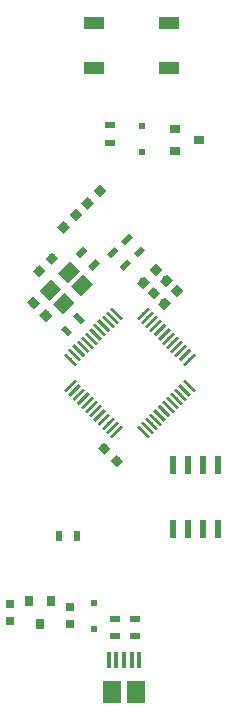
<source format=gbr>
G04 #@! TF.GenerationSoftware,KiCad,Pcbnew,(5.0.0)*
G04 #@! TF.CreationDate,2018-12-13T18:38:50+00:00*
G04 #@! TF.ProjectId,mogo,6D6F676F2E6B696361645F7063620000,rev?*
G04 #@! TF.SameCoordinates,Original*
G04 #@! TF.FileFunction,Paste,Top*
G04 #@! TF.FilePolarity,Positive*
%FSLAX46Y46*%
G04 Gerber Fmt 4.6, Leading zero omitted, Abs format (unit mm)*
G04 Created by KiCad (PCBNEW (5.0.0)) date 12/13/18 18:38:50*
%MOMM*%
%LPD*%
G01*
G04 APERTURE LIST*
%ADD10C,1.200000*%
%ADD11C,0.100000*%
%ADD12C,0.250000*%
%ADD13C,0.750000*%
%ADD14R,0.750000X0.800000*%
%ADD15R,0.500000X0.500000*%
%ADD16R,1.500000X1.900000*%
%ADD17R,0.400000X1.350000*%
%ADD18R,0.900000X0.800000*%
%ADD19C,0.500000*%
%ADD20R,0.900000X0.500000*%
%ADD21R,0.500000X0.900000*%
%ADD22R,0.600000X1.550000*%
%ADD23R,0.800000X0.900000*%
%ADD24R,1.700000X1.000000*%
G04 APERTURE END LIST*
D10*
G04 #@! TO.C,Y1*
X77247635Y-132302365D03*
D11*
G36*
X77318346Y-131383126D02*
X78166874Y-132231654D01*
X77176924Y-133221604D01*
X76328396Y-132373076D01*
X77318346Y-131383126D01*
X77318346Y-131383126D01*
G37*
D10*
X75692000Y-133858000D03*
D11*
G36*
X75762711Y-132938761D02*
X76611239Y-133787289D01*
X75621289Y-134777239D01*
X74772761Y-133928711D01*
X75762711Y-132938761D01*
X75762711Y-132938761D01*
G37*
D10*
X74560629Y-132726629D03*
D11*
G36*
X74631340Y-131807390D02*
X75479868Y-132655918D01*
X74489918Y-133645868D01*
X73641390Y-132797340D01*
X74631340Y-131807390D01*
X74631340Y-131807390D01*
G37*
D10*
X76116264Y-131170994D03*
D11*
G36*
X76186975Y-130251755D02*
X77035503Y-131100283D01*
X76045553Y-132090233D01*
X75197025Y-131241705D01*
X76186975Y-130251755D01*
X76186975Y-130251755D01*
G37*
G04 #@! TD*
D12*
G04 #@! TO.C,U2*
X82411371Y-134679542D03*
D11*
G36*
X82040140Y-135227550D02*
X81863363Y-135050773D01*
X82782602Y-134131534D01*
X82959379Y-134308311D01*
X82040140Y-135227550D01*
X82040140Y-135227550D01*
G37*
D12*
X82764924Y-135033095D03*
D11*
G36*
X82393693Y-135581103D02*
X82216916Y-135404326D01*
X83136155Y-134485087D01*
X83312932Y-134661864D01*
X82393693Y-135581103D01*
X82393693Y-135581103D01*
G37*
D12*
X83118478Y-135386649D03*
D11*
G36*
X82747247Y-135934657D02*
X82570470Y-135757880D01*
X83489709Y-134838641D01*
X83666486Y-135015418D01*
X82747247Y-135934657D01*
X82747247Y-135934657D01*
G37*
D12*
X83472031Y-135740202D03*
D11*
G36*
X83100800Y-136288210D02*
X82924023Y-136111433D01*
X83843262Y-135192194D01*
X84020039Y-135368971D01*
X83100800Y-136288210D01*
X83100800Y-136288210D01*
G37*
D12*
X83825584Y-136093755D03*
D11*
G36*
X83454353Y-136641763D02*
X83277576Y-136464986D01*
X84196815Y-135545747D01*
X84373592Y-135722524D01*
X83454353Y-136641763D01*
X83454353Y-136641763D01*
G37*
D12*
X84179138Y-136447309D03*
D11*
G36*
X83807907Y-136995317D02*
X83631130Y-136818540D01*
X84550369Y-135899301D01*
X84727146Y-136076078D01*
X83807907Y-136995317D01*
X83807907Y-136995317D01*
G37*
D12*
X84532691Y-136800862D03*
D11*
G36*
X84161460Y-137348870D02*
X83984683Y-137172093D01*
X84903922Y-136252854D01*
X85080699Y-136429631D01*
X84161460Y-137348870D01*
X84161460Y-137348870D01*
G37*
D12*
X84886245Y-137154416D03*
D11*
G36*
X84515014Y-137702424D02*
X84338237Y-137525647D01*
X85257476Y-136606408D01*
X85434253Y-136783185D01*
X84515014Y-137702424D01*
X84515014Y-137702424D01*
G37*
D12*
X85239798Y-137507969D03*
D11*
G36*
X84868567Y-138055977D02*
X84691790Y-137879200D01*
X85611029Y-136959961D01*
X85787806Y-137136738D01*
X84868567Y-138055977D01*
X84868567Y-138055977D01*
G37*
D12*
X85593351Y-137861522D03*
D11*
G36*
X85222120Y-138409530D02*
X85045343Y-138232753D01*
X85964582Y-137313514D01*
X86141359Y-137490291D01*
X85222120Y-138409530D01*
X85222120Y-138409530D01*
G37*
D12*
X85946905Y-138215076D03*
D11*
G36*
X85575674Y-138763084D02*
X85398897Y-138586307D01*
X86318136Y-137667068D01*
X86494913Y-137843845D01*
X85575674Y-138763084D01*
X85575674Y-138763084D01*
G37*
D12*
X86300458Y-138568629D03*
D11*
G36*
X85929227Y-139116637D02*
X85752450Y-138939860D01*
X86671689Y-138020621D01*
X86848466Y-138197398D01*
X85929227Y-139116637D01*
X85929227Y-139116637D01*
G37*
D12*
X86300458Y-140831371D03*
D11*
G36*
X85752450Y-140460140D02*
X85929227Y-140283363D01*
X86848466Y-141202602D01*
X86671689Y-141379379D01*
X85752450Y-140460140D01*
X85752450Y-140460140D01*
G37*
D12*
X85946905Y-141184924D03*
D11*
G36*
X85398897Y-140813693D02*
X85575674Y-140636916D01*
X86494913Y-141556155D01*
X86318136Y-141732932D01*
X85398897Y-140813693D01*
X85398897Y-140813693D01*
G37*
D12*
X85593351Y-141538478D03*
D11*
G36*
X85045343Y-141167247D02*
X85222120Y-140990470D01*
X86141359Y-141909709D01*
X85964582Y-142086486D01*
X85045343Y-141167247D01*
X85045343Y-141167247D01*
G37*
D12*
X85239798Y-141892031D03*
D11*
G36*
X84691790Y-141520800D02*
X84868567Y-141344023D01*
X85787806Y-142263262D01*
X85611029Y-142440039D01*
X84691790Y-141520800D01*
X84691790Y-141520800D01*
G37*
D12*
X84886245Y-142245584D03*
D11*
G36*
X84338237Y-141874353D02*
X84515014Y-141697576D01*
X85434253Y-142616815D01*
X85257476Y-142793592D01*
X84338237Y-141874353D01*
X84338237Y-141874353D01*
G37*
D12*
X84532691Y-142599138D03*
D11*
G36*
X83984683Y-142227907D02*
X84161460Y-142051130D01*
X85080699Y-142970369D01*
X84903922Y-143147146D01*
X83984683Y-142227907D01*
X83984683Y-142227907D01*
G37*
D12*
X84179138Y-142952691D03*
D11*
G36*
X83631130Y-142581460D02*
X83807907Y-142404683D01*
X84727146Y-143323922D01*
X84550369Y-143500699D01*
X83631130Y-142581460D01*
X83631130Y-142581460D01*
G37*
D12*
X83825584Y-143306245D03*
D11*
G36*
X83277576Y-142935014D02*
X83454353Y-142758237D01*
X84373592Y-143677476D01*
X84196815Y-143854253D01*
X83277576Y-142935014D01*
X83277576Y-142935014D01*
G37*
D12*
X83472031Y-143659798D03*
D11*
G36*
X82924023Y-143288567D02*
X83100800Y-143111790D01*
X84020039Y-144031029D01*
X83843262Y-144207806D01*
X82924023Y-143288567D01*
X82924023Y-143288567D01*
G37*
D12*
X83118478Y-144013351D03*
D11*
G36*
X82570470Y-143642120D02*
X82747247Y-143465343D01*
X83666486Y-144384582D01*
X83489709Y-144561359D01*
X82570470Y-143642120D01*
X82570470Y-143642120D01*
G37*
D12*
X82764924Y-144366905D03*
D11*
G36*
X82216916Y-143995674D02*
X82393693Y-143818897D01*
X83312932Y-144738136D01*
X83136155Y-144914913D01*
X82216916Y-143995674D01*
X82216916Y-143995674D01*
G37*
D12*
X82411371Y-144720458D03*
D11*
G36*
X81863363Y-144349227D02*
X82040140Y-144172450D01*
X82959379Y-145091689D01*
X82782602Y-145268466D01*
X81863363Y-144349227D01*
X81863363Y-144349227D01*
G37*
D12*
X80148629Y-144720458D03*
D11*
G36*
X79777398Y-145268466D02*
X79600621Y-145091689D01*
X80519860Y-144172450D01*
X80696637Y-144349227D01*
X79777398Y-145268466D01*
X79777398Y-145268466D01*
G37*
D12*
X79795076Y-144366905D03*
D11*
G36*
X79423845Y-144914913D02*
X79247068Y-144738136D01*
X80166307Y-143818897D01*
X80343084Y-143995674D01*
X79423845Y-144914913D01*
X79423845Y-144914913D01*
G37*
D12*
X79441522Y-144013351D03*
D11*
G36*
X79070291Y-144561359D02*
X78893514Y-144384582D01*
X79812753Y-143465343D01*
X79989530Y-143642120D01*
X79070291Y-144561359D01*
X79070291Y-144561359D01*
G37*
D12*
X79087969Y-143659798D03*
D11*
G36*
X78716738Y-144207806D02*
X78539961Y-144031029D01*
X79459200Y-143111790D01*
X79635977Y-143288567D01*
X78716738Y-144207806D01*
X78716738Y-144207806D01*
G37*
D12*
X78734416Y-143306245D03*
D11*
G36*
X78363185Y-143854253D02*
X78186408Y-143677476D01*
X79105647Y-142758237D01*
X79282424Y-142935014D01*
X78363185Y-143854253D01*
X78363185Y-143854253D01*
G37*
D12*
X78380862Y-142952691D03*
D11*
G36*
X78009631Y-143500699D02*
X77832854Y-143323922D01*
X78752093Y-142404683D01*
X78928870Y-142581460D01*
X78009631Y-143500699D01*
X78009631Y-143500699D01*
G37*
D12*
X78027309Y-142599138D03*
D11*
G36*
X77656078Y-143147146D02*
X77479301Y-142970369D01*
X78398540Y-142051130D01*
X78575317Y-142227907D01*
X77656078Y-143147146D01*
X77656078Y-143147146D01*
G37*
D12*
X77673755Y-142245584D03*
D11*
G36*
X77302524Y-142793592D02*
X77125747Y-142616815D01*
X78044986Y-141697576D01*
X78221763Y-141874353D01*
X77302524Y-142793592D01*
X77302524Y-142793592D01*
G37*
D12*
X77320202Y-141892031D03*
D11*
G36*
X76948971Y-142440039D02*
X76772194Y-142263262D01*
X77691433Y-141344023D01*
X77868210Y-141520800D01*
X76948971Y-142440039D01*
X76948971Y-142440039D01*
G37*
D12*
X76966649Y-141538478D03*
D11*
G36*
X76595418Y-142086486D02*
X76418641Y-141909709D01*
X77337880Y-140990470D01*
X77514657Y-141167247D01*
X76595418Y-142086486D01*
X76595418Y-142086486D01*
G37*
D12*
X76613095Y-141184924D03*
D11*
G36*
X76241864Y-141732932D02*
X76065087Y-141556155D01*
X76984326Y-140636916D01*
X77161103Y-140813693D01*
X76241864Y-141732932D01*
X76241864Y-141732932D01*
G37*
D12*
X76259542Y-140831371D03*
D11*
G36*
X75888311Y-141379379D02*
X75711534Y-141202602D01*
X76630773Y-140283363D01*
X76807550Y-140460140D01*
X75888311Y-141379379D01*
X75888311Y-141379379D01*
G37*
D12*
X76259542Y-138568629D03*
D11*
G36*
X75711534Y-138197398D02*
X75888311Y-138020621D01*
X76807550Y-138939860D01*
X76630773Y-139116637D01*
X75711534Y-138197398D01*
X75711534Y-138197398D01*
G37*
D12*
X76613095Y-138215076D03*
D11*
G36*
X76065087Y-137843845D02*
X76241864Y-137667068D01*
X77161103Y-138586307D01*
X76984326Y-138763084D01*
X76065087Y-137843845D01*
X76065087Y-137843845D01*
G37*
D12*
X76966649Y-137861522D03*
D11*
G36*
X76418641Y-137490291D02*
X76595418Y-137313514D01*
X77514657Y-138232753D01*
X77337880Y-138409530D01*
X76418641Y-137490291D01*
X76418641Y-137490291D01*
G37*
D12*
X77320202Y-137507969D03*
D11*
G36*
X76772194Y-137136738D02*
X76948971Y-136959961D01*
X77868210Y-137879200D01*
X77691433Y-138055977D01*
X76772194Y-137136738D01*
X76772194Y-137136738D01*
G37*
D12*
X77673755Y-137154416D03*
D11*
G36*
X77125747Y-136783185D02*
X77302524Y-136606408D01*
X78221763Y-137525647D01*
X78044986Y-137702424D01*
X77125747Y-136783185D01*
X77125747Y-136783185D01*
G37*
D12*
X78027309Y-136800862D03*
D11*
G36*
X77479301Y-136429631D02*
X77656078Y-136252854D01*
X78575317Y-137172093D01*
X78398540Y-137348870D01*
X77479301Y-136429631D01*
X77479301Y-136429631D01*
G37*
D12*
X78380862Y-136447309D03*
D11*
G36*
X77832854Y-136076078D02*
X78009631Y-135899301D01*
X78928870Y-136818540D01*
X78752093Y-136995317D01*
X77832854Y-136076078D01*
X77832854Y-136076078D01*
G37*
D12*
X78734416Y-136093755D03*
D11*
G36*
X78186408Y-135722524D02*
X78363185Y-135545747D01*
X79282424Y-136464986D01*
X79105647Y-136641763D01*
X78186408Y-135722524D01*
X78186408Y-135722524D01*
G37*
D12*
X79087969Y-135740202D03*
D11*
G36*
X78539961Y-135368971D02*
X78716738Y-135192194D01*
X79635977Y-136111433D01*
X79459200Y-136288210D01*
X78539961Y-135368971D01*
X78539961Y-135368971D01*
G37*
D12*
X79441522Y-135386649D03*
D11*
G36*
X78893514Y-135015418D02*
X79070291Y-134838641D01*
X79989530Y-135757880D01*
X79812753Y-135934657D01*
X78893514Y-135015418D01*
X78893514Y-135015418D01*
G37*
D12*
X79795076Y-135033095D03*
D11*
G36*
X79247068Y-134661864D02*
X79423845Y-134485087D01*
X80343084Y-135404326D01*
X80166307Y-135581103D01*
X79247068Y-134661864D01*
X79247068Y-134661864D01*
G37*
D12*
X80148629Y-134679542D03*
D11*
G36*
X79600621Y-134308311D02*
X79777398Y-134131534D01*
X80696637Y-135050773D01*
X80519860Y-135227550D01*
X79600621Y-134308311D01*
X79600621Y-134308311D01*
G37*
G04 #@! TD*
D13*
G04 #@! TO.C,C1*
X74676000Y-130048000D03*
D11*
G36*
X74693678Y-129499992D02*
X75224008Y-130030322D01*
X74658322Y-130596008D01*
X74127992Y-130065678D01*
X74693678Y-129499992D01*
X74693678Y-129499992D01*
G37*
D13*
X73615340Y-131108660D03*
D11*
G36*
X73633018Y-130560652D02*
X74163348Y-131090982D01*
X73597662Y-131656668D01*
X73067332Y-131126338D01*
X73633018Y-130560652D01*
X73633018Y-130560652D01*
G37*
G04 #@! TD*
D13*
G04 #@! TO.C,C2*
X73107340Y-133813340D03*
D11*
G36*
X73655348Y-133831018D02*
X73125018Y-134361348D01*
X72559332Y-133795662D01*
X73089662Y-133265332D01*
X73655348Y-133831018D01*
X73655348Y-133831018D01*
G37*
D13*
X74168000Y-134874000D03*
D11*
G36*
X74716008Y-134891678D02*
X74185678Y-135422008D01*
X73619992Y-134856322D01*
X74150322Y-134325992D01*
X74716008Y-134891678D01*
X74716008Y-134891678D01*
G37*
G04 #@! TD*
D13*
G04 #@! TO.C,C3*
X75669670Y-127403330D03*
D11*
G36*
X75687348Y-126855322D02*
X76217678Y-127385652D01*
X75651992Y-127951338D01*
X75121662Y-127421008D01*
X75687348Y-126855322D01*
X75687348Y-126855322D01*
G37*
D13*
X76730330Y-126342670D03*
D11*
G36*
X76748008Y-125794662D02*
X77278338Y-126324992D01*
X76712652Y-126890678D01*
X76182322Y-126360348D01*
X76748008Y-125794662D01*
X76748008Y-125794662D01*
G37*
G04 #@! TD*
D13*
G04 #@! TO.C,C4*
X77713670Y-125371330D03*
D11*
G36*
X77695992Y-125919338D02*
X77165662Y-125389008D01*
X77731348Y-124823322D01*
X78261678Y-125353652D01*
X77695992Y-125919338D01*
X77695992Y-125919338D01*
G37*
D13*
X78774330Y-124310670D03*
D11*
G36*
X78756652Y-124858678D02*
X78226322Y-124328348D01*
X78792008Y-123762662D01*
X79322338Y-124292992D01*
X78756652Y-124858678D01*
X78756652Y-124858678D01*
G37*
G04 #@! TD*
D13*
G04 #@! TO.C,C5*
X83483660Y-131019340D03*
D11*
G36*
X83465982Y-131567348D02*
X82935652Y-131037018D01*
X83501338Y-130471332D01*
X84031668Y-131001662D01*
X83465982Y-131567348D01*
X83465982Y-131567348D01*
G37*
D13*
X82423000Y-132080000D03*
D11*
G36*
X82405322Y-132628008D02*
X81874992Y-132097678D01*
X82440678Y-131531992D01*
X82971008Y-132062322D01*
X82405322Y-132628008D01*
X82405322Y-132628008D01*
G37*
G04 #@! TD*
D13*
G04 #@! TO.C,C6*
X83312000Y-132969000D03*
D11*
G36*
X83294322Y-133517008D02*
X82763992Y-132986678D01*
X83329678Y-132420992D01*
X83860008Y-132951322D01*
X83294322Y-133517008D01*
X83294322Y-133517008D01*
G37*
D13*
X84372660Y-131908340D03*
D11*
G36*
X84354982Y-132456348D02*
X83824652Y-131926018D01*
X84390338Y-131360332D01*
X84920668Y-131890662D01*
X84354982Y-132456348D01*
X84354982Y-132456348D01*
G37*
G04 #@! TD*
D14*
G04 #@! TO.C,C7*
X76200000Y-161024000D03*
X76200000Y-159524000D03*
G04 #@! TD*
D13*
G04 #@! TO.C,C8*
X85261660Y-132797340D03*
D11*
G36*
X85243982Y-133345348D02*
X84713652Y-132815018D01*
X85279338Y-132249332D01*
X85809668Y-132779662D01*
X85243982Y-133345348D01*
X85243982Y-133345348D01*
G37*
D13*
X84201000Y-133858000D03*
D11*
G36*
X84183322Y-134406008D02*
X83652992Y-133875678D01*
X84218678Y-133309992D01*
X84749008Y-133840322D01*
X84183322Y-134406008D01*
X84183322Y-134406008D01*
G37*
G04 #@! TD*
D13*
G04 #@! TO.C,C9*
X79098670Y-146132340D03*
D11*
G36*
X78550662Y-146114662D02*
X79080992Y-145584332D01*
X79646678Y-146150018D01*
X79116348Y-146680348D01*
X78550662Y-146114662D01*
X78550662Y-146114662D01*
G37*
D13*
X80159330Y-147193000D03*
D11*
G36*
X79611322Y-147175322D02*
X80141652Y-146644992D01*
X80707338Y-147210678D01*
X80177008Y-147741008D01*
X79611322Y-147175322D01*
X79611322Y-147175322D01*
G37*
G04 #@! TD*
D14*
G04 #@! TO.C,C10*
X71120000Y-160770000D03*
X71120000Y-159270000D03*
G04 #@! TD*
D15*
G04 #@! TO.C,D1*
X78232000Y-161458000D03*
X78232000Y-159258000D03*
G04 #@! TD*
G04 #@! TO.C,D2*
X82296000Y-121071998D03*
X82296000Y-118872000D03*
G04 #@! TD*
D16*
G04 #@! TO.C,J1*
X79780000Y-166720000D03*
D17*
X80780000Y-164020000D03*
X81430000Y-164020000D03*
X82080000Y-164020000D03*
X79480000Y-164020000D03*
X80130000Y-164020000D03*
D16*
X81780000Y-166720000D03*
G04 #@! TD*
D18*
G04 #@! TO.C,Q1*
X85106000Y-119065000D03*
X85106000Y-120965000D03*
X87106000Y-120015000D03*
G04 #@! TD*
D19*
G04 #@! TO.C,R1*
X77171340Y-129517670D03*
D11*
G36*
X77666315Y-129376249D02*
X77029919Y-130012645D01*
X76676365Y-129659091D01*
X77312761Y-129022695D01*
X77666315Y-129376249D01*
X77666315Y-129376249D01*
G37*
D19*
X78232000Y-130578330D03*
D11*
G36*
X78726975Y-130436909D02*
X78090579Y-131073305D01*
X77737025Y-130719751D01*
X78373421Y-130083355D01*
X78726975Y-130436909D01*
X78726975Y-130436909D01*
G37*
G04 #@! TD*
D19*
G04 #@! TO.C,R2*
X76984330Y-135105670D03*
D11*
G36*
X76842909Y-134610695D02*
X77479305Y-135247091D01*
X77125751Y-135600645D01*
X76489355Y-134964249D01*
X76842909Y-134610695D01*
X76842909Y-134610695D01*
G37*
D19*
X75923670Y-136166330D03*
D11*
G36*
X75782249Y-135671355D02*
X76418645Y-136307751D01*
X76065091Y-136661305D01*
X75428695Y-136024909D01*
X75782249Y-135671355D01*
X75782249Y-135671355D01*
G37*
G04 #@! TD*
D20*
G04 #@! TO.C,R3*
X81730000Y-160540000D03*
X81730000Y-162040000D03*
G04 #@! TD*
G04 #@! TO.C,R4*
X80010000Y-162040000D03*
X80010000Y-160540000D03*
G04 #@! TD*
D19*
G04 #@! TO.C,R5*
X80921330Y-130600660D03*
D11*
G36*
X81416305Y-130459239D02*
X80779909Y-131095635D01*
X80426355Y-130742081D01*
X81062751Y-130105685D01*
X81416305Y-130459239D01*
X81416305Y-130459239D01*
G37*
D19*
X79860670Y-129540000D03*
D11*
G36*
X80355645Y-129398579D02*
X79719249Y-130034975D01*
X79365695Y-129681421D01*
X80002091Y-129045025D01*
X80355645Y-129398579D01*
X80355645Y-129398579D01*
G37*
G04 #@! TD*
D19*
G04 #@! TO.C,R6*
X81026000Y-128397000D03*
D11*
G36*
X81520975Y-128255579D02*
X80884579Y-128891975D01*
X80531025Y-128538421D01*
X81167421Y-127902025D01*
X81520975Y-128255579D01*
X81520975Y-128255579D01*
G37*
D19*
X82086660Y-129457660D03*
D11*
G36*
X82581635Y-129316239D02*
X81945239Y-129952635D01*
X81591685Y-129599081D01*
X82228081Y-128962685D01*
X82581635Y-129316239D01*
X82581635Y-129316239D01*
G37*
G04 #@! TD*
D21*
G04 #@! TO.C,R7*
X76823000Y-153543000D03*
X75323000Y-153543000D03*
G04 #@! TD*
D20*
G04 #@! TO.C,R8*
X79629000Y-118769000D03*
X79629000Y-120269000D03*
G04 #@! TD*
D22*
G04 #@! TO.C,U1*
X84963000Y-147541000D03*
X86233000Y-147541000D03*
X87503000Y-147541000D03*
X88773000Y-147541000D03*
X88773000Y-152941000D03*
X87503000Y-152941000D03*
X86233000Y-152941000D03*
X84963000Y-152941000D03*
G04 #@! TD*
D23*
G04 #@! TO.C,U3*
X73676000Y-161020000D03*
X72726000Y-159020000D03*
X74626000Y-159020000D03*
G04 #@! TD*
D24*
G04 #@! TO.C,SW1*
X84557000Y-113914000D03*
X78257000Y-113914000D03*
X84557000Y-110114000D03*
X78257000Y-110114000D03*
G04 #@! TD*
M02*

</source>
